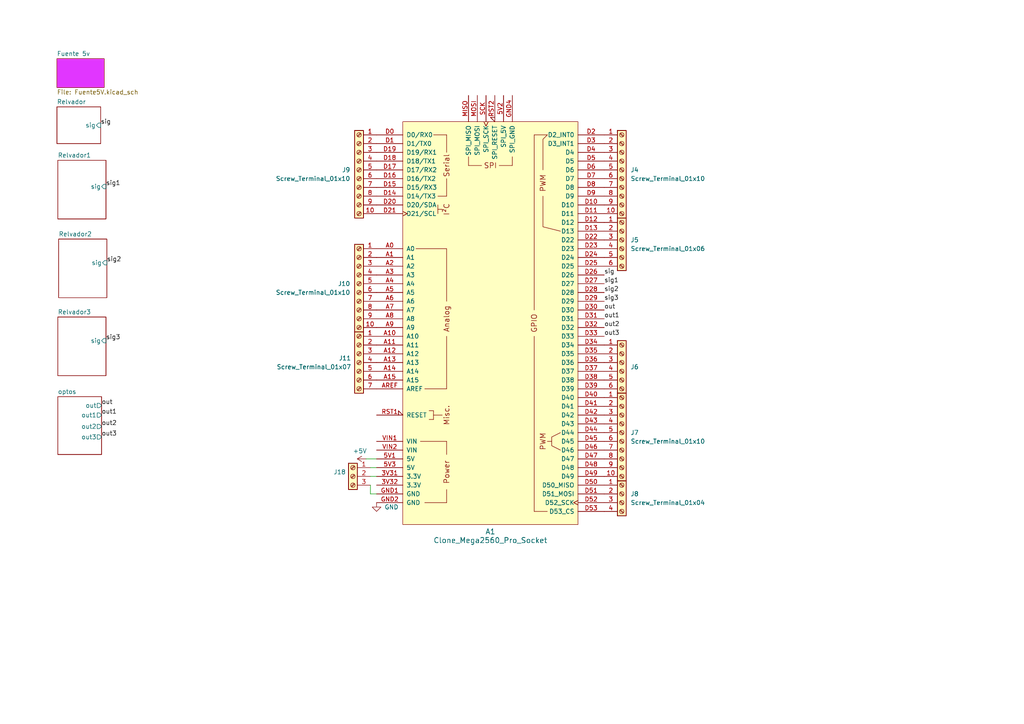
<source format=kicad_sch>
(kicad_sch (version 20230121) (generator eeschema)
  (paper "A4")
  (lib_symbols
    (symbol "Connector:Screw_Terminal_01x03" (pin_names (offset 1.016) hide)
      (property "Reference" "J" (at 0 5.08 0))
      (property "Value" "Screw_Terminal_01x03" (at 0 -5.08 0))
      (symbol "Screw_Terminal_01x03_1_1"
        (rectangle (start -1.27 3.81) (end 1.27 -3.81) (stroke (width 0.254)) (fill (type background)))
        (circle (center 0 -2.54) (radius 0.635) (stroke (width 0.1524)))
        (polyline (pts (xy -0.5334 -2.2098) (xy 0.3302 -3.048)) (stroke (width 0.1524)))
        (polyline (pts (xy -0.5334 0.3302) (xy 0.3302 -0.508)) (stroke (width 0.1524)))
        (polyline (pts (xy -0.5334 2.8702) (xy 0.3302 2.032)) (stroke (width 0.1524)))
        (polyline (pts (xy -0.3556 -2.032) (xy 0.508 -2.8702)) (stroke (width 0.1524)))
        (polyline (pts (xy -0.3556 0.508) (xy 0.508 -0.3302)) (stroke (width 0.1524)))
        (polyline (pts (xy -0.3556 3.048) (xy 0.508 2.2098)) (stroke (width 0.1524)))
        (circle (center 0 0) (radius 0.635) (stroke (width 0.1524)))
        (circle (center 0 2.54) (radius 0.635) (stroke (width 0.1524)))
        (pin passive line (at -5.08 2.54 0) (length 3.81) (name "Pin_1") (number "1"))
        (pin passive line (at -5.08 0 0) (length 3.81) (name "Pin_2") (number "2"))
        (pin passive line (at -5.08 -2.54 0) (length 3.81) (name "Pin_3") (number "3"))
      )
    )
    (symbol "Connector:Screw_Terminal_01x04" (pin_names (offset 1.016) hide)
      (property "Reference" "J" (at 0 5.08 0))
      (property "Value" "Screw_Terminal_01x04" (at 0 -7.62 0))
      (symbol "Screw_Terminal_01x04_1_1"
        (rectangle (start -1.27 3.81) (end 1.27 -6.35) (stroke (width 0.254)) (fill (type background)))
        (circle (center 0 -5.08) (radius 0.635) (stroke (width 0.1524)))
        (circle (center 0 -2.54) (radius 0.635) (stroke (width 0.1524)))
        (polyline (pts (xy -0.5334 -4.7498) (xy 0.3302 -5.588)) (stroke (width 0.1524)))
        (polyline (pts (xy -0.5334 -2.2098) (xy 0.3302 -3.048)) (stroke (width 0.1524)))
        (polyline (pts (xy -0.5334 0.3302) (xy 0.3302 -0.508)) (stroke (width 0.1524)))
        (polyline (pts (xy -0.5334 2.8702) (xy 0.3302 2.032)) (stroke (width 0.1524)))
        (polyline (pts (xy -0.3556 -4.572) (xy 0.508 -5.4102)) (stroke (width 0.1524)))
        (polyline (pts (xy -0.3556 -2.032) (xy 0.508 -2.8702)) (stroke (width 0.1524)))
        (polyline (pts (xy -0.3556 0.508) (xy 0.508 -0.3302)) (stroke (width 0.1524)))
        (polyline (pts (xy -0.3556 3.048) (xy 0.508 2.2098)) (stroke (width 0.1524)))
        (circle (center 0 0) (radius 0.635) (stroke (width 0.1524)))
        (circle (center 0 2.54) (radius 0.635) (stroke (width 0.1524)))
        (pin passive line (at -5.08 2.54 0) (length 3.81) (name "Pin_1") (number "1"))
        (pin passive line (at -5.08 0 0) (length 3.81) (name "Pin_2") (number "2"))
        (pin passive line (at -5.08 -2.54 0) (length 3.81) (name "Pin_3") (number "3"))
        (pin passive line (at -5.08 -5.08 0) (length 3.81) (name "Pin_4") (number "4"))
      )
    )
    (symbol "Connector:Screw_Terminal_01x06" (pin_names (offset 1.016) hide)
      (property "Reference" "J" (at 0 7.62 0))
      (property "Value" "Screw_Terminal_01x06" (at 0 -10.16 0))
      (symbol "Screw_Terminal_01x06_1_1"
        (rectangle (start -1.27 6.35) (end 1.27 -8.89) (stroke (width 0.254)) (fill (type background)))
        (circle (center 0 -7.62) (radius 0.635) (stroke (width 0.1524)))
        (circle (center 0 -5.08) (radius 0.635) (stroke (width 0.1524)))
        (circle (center 0 -2.54) (radius 0.635) (stroke (width 0.1524)))
        (polyline (pts (xy -0.5334 -7.2898) (xy 0.3302 -8.128)) (stroke (width 0.1524)))
        (polyline (pts (xy -0.5334 -4.7498) (xy 0.3302 -5.588)) (stroke (width 0.1524)))
        (polyline (pts (xy -0.5334 -2.2098) (xy 0.3302 -3.048)) (stroke (width 0.1524)))
        (polyline (pts (xy -0.5334 0.3302) (xy 0.3302 -0.508)) (stroke (width 0.1524)))
        (polyline (pts (xy -0.5334 2.8702) (xy 0.3302 2.032)) (stroke (width 0.1524)))
        (polyline (pts (xy -0.5334 5.4102) (xy 0.3302 4.572)) (stroke (width 0.1524)))
        (polyline (pts (xy -0.3556 -7.112) (xy 0.508 -7.9502)) (stroke (width 0.1524)))
        (polyline (pts (xy -0.3556 -4.572) (xy 0.508 -5.4102)) (stroke (width 0.1524)))
        (polyline (pts (xy -0.3556 -2.032) (xy 0.508 -2.8702)) (stroke (width 0.1524)))
        (polyline (pts (xy -0.3556 0.508) (xy 0.508 -0.3302)) (stroke (width 0.1524)))
        (polyline (pts (xy -0.3556 3.048) (xy 0.508 2.2098)) (stroke (width 0.1524)))
        (polyline (pts (xy -0.3556 5.588) (xy 0.508 4.7498)) (stroke (width 0.1524)))
        (circle (center 0 0) (radius 0.635) (stroke (width 0.1524)))
        (circle (center 0 2.54) (radius 0.635) (stroke (width 0.1524)))
        (circle (center 0 5.08) (radius 0.635) (stroke (width 0.1524)))
        (pin passive line (at -5.08 5.08 0) (length 3.81) (name "Pin_1") (number "1"))
        (pin passive line (at -5.08 2.54 0) (length 3.81) (name "Pin_2") (number "2"))
        (pin passive line (at -5.08 0 0) (length 3.81) (name "Pin_3") (number "3"))
        (pin passive line (at -5.08 -2.54 0) (length 3.81) (name "Pin_4") (number "4"))
        (pin passive line (at -5.08 -5.08 0) (length 3.81) (name "Pin_5") (number "5"))
        (pin passive line (at -5.08 -7.62 0) (length 3.81) (name "Pin_6") (number "6"))
      )
    )
    (symbol "Connector:Screw_Terminal_01x07" (pin_names (offset 1.016) hide)
      (property "Reference" "J" (at 0 10.16 0))
      (property "Value" "Screw_Terminal_01x07" (at 0 -10.16 0))
      (symbol "Screw_Terminal_01x07_1_1"
        (rectangle (start -1.27 8.89) (end 1.27 -8.89) (stroke (width 0.254)) (fill (type background)))
        (circle (center 0 -7.62) (radius 0.635) (stroke (width 0.1524)))
        (circle (center 0 -5.08) (radius 0.635) (stroke (width 0.1524)))
        (circle (center 0 -2.54) (radius 0.635) (stroke (width 0.1524)))
        (polyline (pts (xy -0.5334 -7.2898) (xy 0.3302 -8.128)) (stroke (width 0.1524)))
        (polyline (pts (xy -0.5334 -4.7498) (xy 0.3302 -5.588)) (stroke (width 0.1524)))
        (polyline (pts (xy -0.5334 -2.2098) (xy 0.3302 -3.048)) (stroke (width 0.1524)))
        (polyline (pts (xy -0.5334 0.3302) (xy 0.3302 -0.508)) (stroke (width 0.1524)))
        (polyline (pts (xy -0.5334 2.8702) (xy 0.3302 2.032)) (stroke (width 0.1524)))
        (polyline (pts (xy -0.5334 5.4102) (xy 0.3302 4.572)) (stroke (width 0.1524)))
        (polyline (pts (xy -0.5334 7.9502) (xy 0.3302 7.112)) (stroke (width 0.1524)))
        (polyline (pts (xy -0.3556 -7.112) (xy 0.508 -7.9502)) (stroke (width 0.1524)))
        (polyline (pts (xy -0.3556 -4.572) (xy 0.508 -5.4102)) (stroke (width 0.1524)))
        (polyline (pts (xy -0.3556 -2.032) (xy 0.508 -2.8702)) (stroke (width 0.1524)))
        (polyline (pts (xy -0.3556 0.508) (xy 0.508 -0.3302)) (stroke (width 0.1524)))
        (polyline (pts (xy -0.3556 3.048) (xy 0.508 2.2098)) (stroke (width 0.1524)))
        (polyline (pts (xy -0.3556 5.588) (xy 0.508 4.7498)) (stroke (width 0.1524)))
        (polyline (pts (xy -0.3556 8.128) (xy 0.508 7.2898)) (stroke (width 0.1524)))
        (circle (center 0 0) (radius 0.635) (stroke (width 0.1524)))
        (circle (center 0 2.54) (radius 0.635) (stroke (width 0.1524)))
        (circle (center 0 5.08) (radius 0.635) (stroke (width 0.1524)))
        (circle (center 0 7.62) (radius 0.635) (stroke (width 0.1524)))
        (pin passive line (at -5.08 7.62 0) (length 3.81) (name "Pin_1") (number "1"))
        (pin passive line (at -5.08 5.08 0) (length 3.81) (name "Pin_2") (number "2"))
        (pin passive line (at -5.08 2.54 0) (length 3.81) (name "Pin_3") (number "3"))
        (pin passive line (at -5.08 0 0) (length 3.81) (name "Pin_4") (number "4"))
        (pin passive line (at -5.08 -2.54 0) (length 3.81) (name "Pin_5") (number "5"))
        (pin passive line (at -5.08 -5.08 0) (length 3.81) (name "Pin_6") (number "6"))
        (pin passive line (at -5.08 -7.62 0) (length 3.81) (name "Pin_7") (number "7"))
      )
    )
    (symbol "Connector:Screw_Terminal_01x10" (pin_names (offset 1.016) hide)
      (property "Reference" "J" (at 0 12.7 0))
      (property "Value" "Screw_Terminal_01x10" (at 0 -15.24 0))
      (symbol "Screw_Terminal_01x10_1_1"
        (rectangle (start -1.27 11.43) (end 1.27 -13.97) (stroke (width 0.254)) (fill (type background)))
        (circle (center 0 -12.7) (radius 0.635) (stroke (width 0.1524)))
        (circle (center 0 -10.16) (radius 0.635) (stroke (width 0.1524)))
        (circle (center 0 -7.62) (radius 0.635) (stroke (width 0.1524)))
        (circle (center 0 -5.08) (radius 0.635) (stroke (width 0.1524)))
        (circle (center 0 -2.54) (radius 0.635) (stroke (width 0.1524)))
        (polyline (pts (xy -0.5334 -12.3698) (xy 0.3302 -13.208)) (stroke (width 0.1524)))
        (polyline (pts (xy -0.5334 -9.8298) (xy 0.3302 -10.668)) (stroke (width 0.1524)))
        (polyline (pts (xy -0.5334 -7.2898) (xy 0.3302 -8.128)) (stroke (width 0.1524)))
        (polyline (pts (xy -0.5334 -4.7498) (xy 0.3302 -5.588)) (stroke (width 0.1524)))
        (polyline (pts (xy -0.5334 -2.2098) (xy 0.3302 -3.048)) (stroke (width 0.1524)))
        (polyline (pts (xy -0.5334 0.3302) (xy 0.3302 -0.508)) (stroke (width 0.1524)))
        (polyline (pts (xy -0.5334 2.8702) (xy 0.3302 2.032)) (stroke (width 0.1524)))
        (polyline (pts (xy -0.5334 5.4102) (xy 0.3302 4.572)) (stroke (width 0.1524)))
        (polyline (pts (xy -0.5334 7.9502) (xy 0.3302 7.112)) (stroke (width 0.1524)))
        (polyline (pts (xy -0.5334 10.4902) (xy 0.3302 9.652)) (stroke (width 0.1524)))
        (polyline (pts (xy -0.3556 -12.192) (xy 0.508 -13.0302)) (stroke (width 0.1524)))
        (polyline (pts (xy -0.3556 -9.652) (xy 0.508 -10.4902)) (stroke (width 0.1524)))
        (polyline (pts (xy -0.3556 -7.112) (xy 0.508 -7.9502)) (stroke (width 0.1524)))
        (polyline (pts (xy -0.3556 -4.572) (xy 0.508 -5.4102)) (stroke (width 0.1524)))
        (polyline (pts (xy -0.3556 -2.032) (xy 0.508 -2.8702)) (stroke (width 0.1524)))
        (polyline (pts (xy -0.3556 0.508) (xy 0.508 -0.3302)) (stroke (width 0.1524)))
        (polyline (pts (xy -0.3556 3.048) (xy 0.508 2.2098)) (stroke (width 0.1524)))
        (polyline (pts (xy -0.3556 5.588) (xy 0.508 4.7498)) (stroke (width 0.1524)))
        (polyline (pts (xy -0.3556 8.128) (xy 0.508 7.2898)) (stroke (width 0.1524)))
        (polyline (pts (xy -0.3556 10.668) (xy 0.508 9.8298)) (stroke (width 0.1524)))
        (circle (center 0 0) (radius 0.635) (stroke (width 0.1524)))
        (circle (center 0 2.54) (radius 0.635) (stroke (width 0.1524)))
        (circle (center 0 5.08) (radius 0.635) (stroke (width 0.1524)))
        (circle (center 0 7.62) (radius 0.635) (stroke (width 0.1524)))
        (circle (center 0 10.16) (radius 0.635) (stroke (width 0.1524)))
        (pin passive line (at -5.08 10.16 0) (length 3.81) (name "Pin_1") (number "1"))
        (pin passive line (at -5.08 -12.7 0) (length 3.81) (name "Pin_10") (number "10"))
        (pin passive line (at -5.08 7.62 0) (length 3.81) (name "Pin_2") (number "2"))
        (pin passive line (at -5.08 5.08 0) (length 3.81) (name "Pin_3") (number "3"))
        (pin passive line (at -5.08 2.54 0) (length 3.81) (name "Pin_4") (number "4"))
        (pin passive line (at -5.08 0 0) (length 3.81) (name "Pin_5") (number "5"))
        (pin passive line (at -5.08 -2.54 0) (length 3.81) (name "Pin_6") (number "6"))
        (pin passive line (at -5.08 -5.08 0) (length 3.81) (name "Pin_7") (number "7"))
        (pin passive line (at -5.08 -7.62 0) (length 3.81) (name "Pin_8") (number "8"))
        (pin passive line (at -5.08 -10.16 0) (length 3.81) (name "Pin_9") (number "9"))
      )
    )
    (symbol "arduino-library:Clone_Mega2560_Pro_Socket" (pin_names (offset 1.016))
      (property "Reference" "A" (at 0 -62.23 0))
      (property "Value" "Clone_Mega2560_Pro_Socket" (at 0 -66.04 0))
      (symbol "Clone_Mega2560_Pro_Socket_0_0"
        (rectangle (start -25.4 -58.42) (end 25.4 58.42) (fill (type background)))
        (rectangle (start -20.32 -34.29) (end -12.7 -34.29))
        (rectangle (start -19.05 -52.07) (end -12.7 -52.07))
        (rectangle (start -19.05 -19.05) (end -12.7 -19.05))
        (rectangle (start -17.78 -27.94) (end -16.51 -27.94))
        (rectangle (start -17.78 -25.4) (end -16.51 -25.4))
        (rectangle (start -16.51 -26.67) (end -13.97 -26.67))
        (rectangle (start -16.51 -25.4) (end -16.51 -27.94))
        (rectangle (start -16.51 54.61) (end -12.7 54.61))
        (rectangle (start -15.24 33.02) (end -13.97 33.02))
        (rectangle (start -15.24 34.29) (end -15.24 31.75))
        (rectangle (start -15.24 36.83) (end -12.7 36.83))
        (rectangle (start -12.7 -48.26) (end -12.7 -52.07))
        (rectangle (start -12.7 -34.29) (end -12.7 -38.1))
        (rectangle (start -12.7 41.91) (end -12.7 36.83))
        (rectangle (start -12.7 49.53) (end -12.7 54.61))
        (rectangle (start -6.35 48.26) (end -6.35 45.72))
        (rectangle (start -2.54 45.72) (end -6.35 45.72))
        (polyline (pts (xy -21.59 21.59) (xy -12.7 21.59)))
        (polyline (pts (xy -12.7 -19.05) (xy -12.7 -3.81)))
        (polyline (pts (xy -12.7 6.35) (xy -12.7 21.59)))
        (polyline (pts (xy 12.7 -54.61) (xy 16.51 -54.61)))
        (polyline (pts (xy 12.7 54.61) (xy 16.51 54.61)))
        (polyline (pts (xy 17.78 -34.29) (xy 16.51 -34.29)))
        (polyline (pts (xy 15.24 36.83) (xy 15.24 27.94) (xy 20.32 26.67)))
        (polyline (pts (xy 15.24 44.45) (xy 15.24 53.34) (xy 16.51 54.61)))
        (polyline (pts (xy 20.32 -31.75) (xy 17.78 -33.02) (xy 17.78 -35.56) (xy 20.32 -36.83)))
        (rectangle (start 6.35 45.72) (end 2.54 45.72))
        (rectangle (start 6.35 48.26) (end 6.35 45.72))
        (text "Analog" (at -12.7 1.27 900) (effects (font (size 1.524 1.524))))
        (text "I²C" (at -12.7 33.02 900) (effects (font (size 1.524 1.524))))
        (text "Misc." (at -12.7 -26.67 900) (effects (font (size 1.524 1.524))))
        (text "Power" (at -12.7 -43.18 900) (effects (font (size 1.524 1.524))))
        (text "PWM" (at 15.24 -34.29 900) (effects (font (size 1.524 1.524))))
        (text "PWM" (at 15.24 40.64 900) (effects (font (size 1.524 1.524))))
        (text "Serial" (at -12.7 45.72 900) (effects (font (size 1.524 1.524))))
        (text "SPI" (at 0 45.72 0) (effects (font (size 1.524 1.524))))
      )
      (symbol "Clone_Mega2560_Pro_Socket_1_0"
        (rectangle (start 12.7 -54.61) (end 12.7 -3.81))
        (rectangle (start 12.7 54.61) (end 12.7 3.81))
        (text "GPIO" (at 12.7 0 900) (effects (font (size 1.524 1.524))))
      )
      (symbol "Clone_Mega2560_Pro_Socket_1_1"
        (pin power_out line (at -33.02 -44.45 0) (length 7.62) (name "3.3V") (number "3V31"))
        (pin power_out line (at -33.02 -46.99 0) (length 7.62) (name "3.3V") (number "3V32"))
        (pin power_in line (at -33.02 -39.37 0) (length 7.62) (name "5V") (number "5V1"))
        (pin power_in line (at 3.81 66.04 270) (length 7.62) (name "SPI_5V") (number "5V2"))
        (pin power_in line (at -33.02 -41.91 0) (length 7.62) (name "5V") (number "5V3"))
        (pin bidirectional line (at -33.02 21.59 0) (length 7.62) (name "A0") (number "A0"))
        (pin bidirectional line (at -33.02 19.05 0) (length 7.62) (name "A1") (number "A1"))
        (pin bidirectional line (at -33.02 -3.81 0) (length 7.62) (name "A10") (number "A10"))
        (pin bidirectional line (at -33.02 -6.35 0) (length 7.62) (name "A11") (number "A11"))
        (pin bidirectional line (at -33.02 -8.89 0) (length 7.62) (name "A12") (number "A12"))
        (pin bidirectional line (at -33.02 -11.43 0) (length 7.62) (name "A13") (number "A13"))
        (pin bidirectional line (at -33.02 -13.97 0) (length 7.62) (name "A14") (number "A14"))
        (pin bidirectional line (at -33.02 -16.51 0) (length 7.62) (name "A15") (number "A15"))
        (pin bidirectional line (at -33.02 16.51 0) (length 7.62) (name "A2") (number "A2"))
        (pin bidirectional line (at -33.02 13.97 0) (length 7.62) (name "A3") (number "A3"))
        (pin bidirectional line (at -33.02 11.43 0) (length 7.62) (name "A4") (number "A4"))
        (pin bidirectional line (at -33.02 8.89 0) (length 7.62) (name "A5") (number "A5"))
        (pin bidirectional line (at -33.02 6.35 0) (length 7.62) (name "A6") (number "A6"))
        (pin bidirectional line (at -33.02 3.81 0) (length 7.62) (name "A7") (number "A7"))
        (pin bidirectional line (at -33.02 1.27 0) (length 7.62) (name "A8") (number "A8"))
        (pin bidirectional line (at -33.02 -1.27 0) (length 7.62) (name "A9") (number "A9"))
        (pin input line (at -33.02 -19.05 0) (length 7.62) (name "AREF") (number "AREF"))
        (pin bidirectional line (at -33.02 54.61 0) (length 7.62) (name "D0/RX0") (number "D0"))
        (pin bidirectional line (at -33.02 52.07 0) (length 7.62) (name "D1/TX0") (number "D1"))
        (pin bidirectional line (at 33.02 34.29 180) (length 7.62) (name "D10") (number "D10"))
        (pin bidirectional line (at 33.02 31.75 180) (length 7.62) (name "D11") (number "D11"))
        (pin bidirectional line (at 33.02 29.21 180) (length 7.62) (name "D12") (number "D12"))
        (pin bidirectional line (at 33.02 26.67 180) (length 7.62) (name "D13") (number "D13"))
        (pin bidirectional line (at -33.02 36.83 0) (length 7.62) (name "D14/TX3") (number "D14"))
        (pin bidirectional line (at -33.02 39.37 0) (length 7.62) (name "D15/RX3") (number "D15"))
        (pin bidirectional line (at -33.02 41.91 0) (length 7.62) (name "D16/TX2") (number "D16"))
        (pin bidirectional line (at -33.02 44.45 0) (length 7.62) (name "D17/RX2") (number "D17"))
        (pin bidirectional line (at -33.02 46.99 0) (length 7.62) (name "D18/TX1") (number "D18"))
        (pin bidirectional line (at -33.02 49.53 0) (length 7.62) (name "D19/RX1") (number "D19"))
        (pin bidirectional line (at 33.02 54.61 180) (length 7.62) (name "D2_INT0") (number "D2"))
        (pin bidirectional line (at -33.02 34.29 0) (length 7.62) (name "D20/SDA") (number "D20"))
        (pin bidirectional clock (at -33.02 31.75 0) (length 7.62) (name "D21/SCL") (number "D21"))
        (pin bidirectional line (at 33.02 24.13 180) (length 7.62) (name "D22") (number "D22"))
        (pin bidirectional line (at 33.02 21.59 180) (length 7.62) (name "D23") (number "D23"))
        (pin bidirectional line (at 33.02 19.05 180) (length 7.62) (name "D24") (number "D24"))
        (pin bidirectional line (at 33.02 16.51 180) (length 7.62) (name "D25") (number "D25"))
        (pin bidirectional line (at 33.02 13.97 180) (length 7.62) (name "D26") (number "D26"))
        (pin bidirectional line (at 33.02 11.43 180) (length 7.62) (name "D27") (number "D27"))
        (pin bidirectional line (at 33.02 8.89 180) (length 7.62) (name "D28") (number "D28"))
        (pin bidirectional line (at 33.02 6.35 180) (length 7.62) (name "D29") (number "D29"))
        (pin bidirectional line (at 33.02 52.07 180) (length 7.62) (name "D3_INT1") (number "D3"))
        (pin bidirectional line (at 33.02 3.81 180) (length 7.62) (name "D30") (number "D30"))
        (pin bidirectional line (at 33.02 1.27 180) (length 7.62) (name "D31") (number "D31"))
        (pin bidirectional line (at 33.02 -1.27 180) (length 7.62) (name "D32") (number "D32"))
        (pin bidirectional line (at 33.02 -3.81 180) (length 7.62) (name "D33") (number "D33"))
        (pin bidirectional line (at 33.02 -6.35 180) (length 7.62) (name "D34") (number "D34"))
        (pin bidirectional line (at 33.02 -8.89 180) (length 7.62) (name "D35") (number "D35"))
        (pin bidirectional line (at 33.02 -11.43 180) (length 7.62) (name "D36") (number "D36"))
        (pin bidirectional line (at 33.02 -13.97 180) (length 7.62) (name "D37") (number "D37"))
        (pin bidirectional line (at 33.02 -16.51 180) (length 7.62) (name "D38") (number "D38"))
        (pin bidirectional line (at 33.02 -19.05 180) (length 7.62) (name "D39") (number "D39"))
        (pin bidirectional line (at 33.02 49.53 180) (length 7.62) (name "D4") (number "D4"))
        (pin bidirectional line (at 33.02 -21.59 180) (length 7.62) (name "D40") (number "D40"))
        (pin bidirectional line (at 33.02 -24.13 180) (length 7.62) (name "D41") (number "D41"))
        (pin bidirectional line (at 33.02 -26.67 180) (length 7.62) (name "D42") (number "D42"))
        (pin bidirectional line (at 33.02 -29.21 180) (length 7.62) (name "D43") (number "D43"))
        (pin bidirectional line (at 33.02 -31.75 180) (length 7.62) (name "D44") (number "D44"))
        (pin bidirectional line (at 33.02 -34.29 180) (length 7.62) (name "D45") (number "D45"))
        (pin bidirectional line (at 33.02 -36.83 180) (length 7.62) (name "D46") (number "D46"))
        (pin bidirectional line (at 33.02 -39.37 180) (length 7.62) (name "D47") (number "D47"))
        (pin bidirectional line (at 33.02 -41.91 180) (length 7.62) (name "D48") (number "D48"))
        (pin bidirectional line (at 33.02 -44.45 180) (length 7.62) (name "D49") (number "D49"))
        (pin bidirectional line (at 33.02 46.99 180) (length 7.62) (name "D5") (number "D5"))
        (pin bidirectional line (at 33.02 -46.99 180) (length 7.62) (name "D50_MISO") (number "D50"))
        (pin bidirectional line (at 33.02 -49.53 180) (length 7.62) (name "D51_MOSI") (number "D51"))
        (pin bidirectional clock (at 33.02 -52.07 180) (length 7.62) (name "D52_SCK") (number "D52"))
        (pin bidirectional line (at 33.02 -54.61 180) (length 7.62) (name "D53_CS") (number "D53"))
        (pin bidirectional line (at 33.02 44.45 180) (length 7.62) (name "D6") (number "D6"))
        (pin bidirectional line (at 33.02 41.91 180) (length 7.62) (name "D7") (number "D7"))
        (pin bidirectional line (at 33.02 39.37 180) (length 7.62) (name "D8") (number "D8"))
        (pin bidirectional line (at 33.02 36.83 180) (length 7.62) (name "D9") (number "D9"))
        (pin power_in line (at -33.02 -49.53 0) (length 7.62) (name "GND") (number "GND1"))
        (pin power_in line (at -33.02 -52.07 0) (length 7.62) (name "GND") (number "GND2"))
        (pin power_in line (at 6.35 66.04 270) (length 7.62) (name "SPI_GND") (number "GND4"))
        (pin input line (at -6.35 66.04 270) (length 7.62) (name "SPI_MISO") (number "MISO"))
        (pin output line (at -3.81 66.04 270) (length 7.62) (name "SPI_MOSI") (number "MOSI"))
        (pin open_collector input_low (at -33.02 -26.67 0) (length 7.62) (name "RESET") (number "RST1"))
        (pin open_collector input_low (at 1.27 66.04 270) (length 7.62) (name "SPI_RESET") (number "RST2"))
        (pin output clock (at -1.27 66.04 270) (length 7.62) (name "SPI_SCK") (number "SCK"))
        (pin power_in line (at -33.02 -34.29 0) (length 7.62) (name "VIN") (number "VIN1"))
        (pin power_in line (at -33.02 -36.83 0) (length 7.62) (name "VIN") (number "VIN2"))
      )
    )
    (symbol "power:+5V" (power) (pin_names (offset 0))
      (property "Value" "+5V" (at 0 3.556 0))
      (symbol "+5V_0_1"
        (polyline (pts (xy -0.762 1.27) (xy 0 2.54)))
        (polyline (pts (xy 0 0) (xy 0 2.54)))
        (polyline (pts (xy 0 2.54) (xy 0.762 1.27)))
      )
      (symbol "+5V_1_1"
        (pin power_in line (at 0 0 90) (length 0) hide (name "+5V") (number "1"))
      )
    )
    (symbol "power:GND" (power) (pin_names (offset 0))
      (property "Value" "GND" (at 0 -3.81 0))
      (symbol "GND_0_1"
        (polyline (pts (xy 0 0) (xy 0 -1.27) (xy 1.27 -1.27) (xy 0 -2.54) (xy -1.27 -1.27) (xy 0 -1.27)))
      )
      (symbol "GND_1_1"
        (pin power_in line (at 0 0 270) (length 0) hide (name "GND") (number "1"))
      )
    )
  )
  (wire (pts (xy 107.442 140.716) (xy 107.442 143.256)))
  (wire (pts (xy 107.442 143.256) (xy 109.22 143.256)))
  (wire (pts (xy 106.172 133.096) (xy 109.22 133.096)))
  (wire (pts (xy 109.22 135.636) (xy 107.442 135.636)))
  (wire (pts (xy 107.442 138.176) (xy 109.22 138.176)))
  (label "out3" (at 29.464 126.746 0))
  (label "sig1" (at 30.734 54.102 0))
  (label "out2" (at 29.464 123.698 0))
  (label "out" (at 29.464 117.602 0))
  (label "out1" (at 29.464 120.396 0))
  (label "out3" (at 175.26 97.536 0))
  (label "sig3" (at 175.26 87.376 0))
  (label "out2" (at 175.26 94.996 0))
  (label "out1" (at 175.26 92.456 0))
  (label "sig2" (at 30.988 76.2 0))
  (label "sig1" (at 175.26 82.296 0))
  (label "sig" (at 175.26 79.756 0))
  (label "sig" (at 29.21 36.322 0))
  (label "out" (at 175.26 89.916 0))
  (label "sig3" (at 30.734 98.806 0))
  (label "sig2" (at 175.26 84.836 0))
  (symbol (lib_id "Connector:Screw_Terminal_01x10") (at 104.14 49.276 0) (mirror y) (unit 1)
    (property "Reference" "J9" (at 101.6 49.276 0) (effects (justify left)))
    (property "Value" "Screw_Terminal_01x10" (at 101.6 51.816 0) (effects (justify left)))
    (property "Footprint" "TerminalBlock_Phoenix:TerminalBlock_Phoenix_MPT-0,5-10-2.54_1x10_P2.54mm_Horizontal" (effects hide))
  )
  (symbol (lib_id "Connector:Screw_Terminal_01x04") (at 180.34 143.256 0) (unit 1)
    (property "Reference" "J8" (at 182.88 143.256 0) (effects (justify left)))
    (property "Value" "Screw_Terminal_01x04" (at 182.88 145.796 0) (effects (justify left)))
    (property "Footprint" "TerminalBlock_Phoenix:TerminalBlock_Phoenix_MPT-0,5-4-2.54_1x04_P2.54mm_Horizontal" (effects hide))
  )
  (symbol (lib_id "Connector:Screw_Terminal_01x07") (at 104.14 105.156 0) (mirror y) (unit 1)
    (property "Reference" "J11" (at 101.854 103.886 0) (effects (justify left)))
    (property "Value" "Screw_Terminal_01x07" (at 101.854 106.426 0) (effects (justify left)))
    (property "Footprint" "TerminalBlock_Phoenix:TerminalBlock_Phoenix_MPT-0,5-7-2.54_1x07_P2.54mm_Horizontal" (effects hide))
  )
  (symbol (lib_id "Connector:Screw_Terminal_01x10") (at 180.34 125.476 0) (unit 1)
    (property "Reference" "J7" (at 182.88 125.476 0) (effects (justify left)))
    (property "Value" "Screw_Terminal_01x10" (at 182.88 128.016 0) (effects (justify left)))
    (property "Footprint" "TerminalBlock_Phoenix:TerminalBlock_Phoenix_MPT-0,5-10-2.54_1x10_P2.54mm_Horizontal" (effects hide))
  )
  (symbol (lib_id "Connector:Screw_Terminal_01x10") (at 180.34 49.276 0) (unit 1)
    (property "Reference" "J4" (at 182.88 49.276 0) (effects (justify left)))
    (property "Value" "Screw_Terminal_01x10" (at 182.88 51.816 0) (effects (justify left)))
    (property "Footprint" "TerminalBlock_Phoenix:TerminalBlock_Phoenix_MPT-0,5-10-2.54_1x10_P2.54mm_Horizontal" (effects hide))
  )
  (symbol (lib_id "Connector:Screw_Terminal_01x06") (at 180.34 105.156 0) (unit 1)
    (property "Reference" "J6" (at 182.88 106.426 0) (effects (justify left)))
    (property "Value" "Screw_Terminal_01x06" (effects hide))
    (property "Footprint" "TerminalBlock_Phoenix:TerminalBlock_Phoenix_MPT-0,5-6-2.54_1x06_P2.54mm_Horizontal" (effects hide))
  )
  (symbol (lib_id "Connector:Screw_Terminal_01x10") (at 104.14 82.296 0) (mirror y) (unit 1)
    (property "Reference" "J10" (at 101.6 82.296 0) (effects (justify left)))
    (property "Value" "Screw_Terminal_01x10" (at 101.6 84.836 0) (effects (justify left)))
    (property "Footprint" "TerminalBlock_Phoenix:TerminalBlock_Phoenix_MPT-0,5-10-2.54_1x10_P2.54mm_Horizontal" (effects hide))
  )
  (symbol (lib_id "arduino-library:Clone_Mega2560_Pro_Socket") (at 142.24 93.726 0) (unit 1)
    (property "Reference" "A1" (at 142.24 154.178 0) (effects (font (size 1.524 1.524))))
    (property "Value" "Clone_Mega2560_Pro_Socket" (at 142.24 156.718 0) (effects (font (size 1.524 1.524))))
    (property "Footprint" "PCM_arduino-library:Clone_Mega2560_Pro_Socket" (effects hide))
    (property "Datasheet" "https://www.pcboard.ca/mega-2560-pro" (effects hide))
  )
  (symbol (lib_id "power:GND") (at 109.22 145.796 0) (unit 1)
    (property "Reference" "#PWR030" (effects hide))
    (property "Value" "GND" (at 111.506 147.066 0) (effects (justify left)))
  )
  (symbol (lib_id "Connector:Screw_Terminal_01x03") (at 102.362 138.176 0) (mirror y) (unit 1)
    (property "Reference" "J18" (at 100.33 136.906 0) (effects (justify left)))
    (property "Value" "1x3" (effects hide))
    (property "Footprint" "TerminalBlock_Phoenix:TerminalBlock_Phoenix_MPT-0,5-3-2.54_1x03_P2.54mm_Horizontal" (effects hide))
  )
  (symbol (lib_id "power:+5V") (at 106.172 133.096 90) (unit 1)
    (property "Reference" "#PWR029" (effects hide))
    (property "Value" "+5V" (at 106.426 130.81 90) (effects (justify left)))
  )
  (symbol (lib_id "Connector:Screw_Terminal_01x06") (at 180.34 69.596 0) (unit 1)
    (property "Reference" "J5" (at 182.88 69.596 0) (effects (justify left)))
    (property "Value" "Screw_Terminal_01x06" (at 182.88 72.136 0) (effects (justify left)))
    (property "Footprint" "TerminalBlock_Phoenix:TerminalBlock_Phoenix_MPT-0,5-6-2.54_1x06_P2.54mm_Horizontal" (effects hide))
  )
  (sheet (at 16.764 46.482) (size 13.97 17.018) (stroke (width 0.1524))
    (property "Sheetname" "Relvador1" (at 16.764 45.7704 0) (effects (justify left bottom)))
    (property "Sheetfile" "Relevador.kicad_sch" (effects hide))
    (pin "sig" input (at 30.734 54.102 0))
  )
  (sheet (at 16.51 30.988) (size 12.7 10.668) (stroke (width 0.1524))
    (property "Sheetname" "Relvador" (at 16.51 30.2764 0) (effects (justify left bottom)))
    (property "Sheetfile" "Relevador.kicad_sch" (effects hide))
    (pin "sig" input (at 29.21 36.322 0))
  )
  (sheet (at 16.51 17.018) (size 13.716 8.382) (stroke (width 0.1524)) (fill (color 225 54 255 1.0000))
    (property "Sheetname" "Fuente 5v" (at 16.51 16.3064 0) (effects (justify left bottom)))
    (property "Sheetfile" "Fuente5V.kicad_sch" (at 16.51 25.9846 0) (effects (justify left top)))
  )
  (sheet (at 16.764 91.948) (size 13.97 17.018) (stroke (width 0.1524))
    (property "Sheetname" "Relvador3" (at 16.764 91.2364 0) (effects (justify left bottom)))
    (property "Sheetfile" "Relevador.kicad_sch" (effects hide))
    (pin "sig" input (at 30.734 98.806 0))
  )
  (sheet (at 16.764 115.062) (size 12.7 16.764) (stroke (width 0.1524))
    (property "Sheetname" "optos" (at 16.764 114.3504 0) (effects (justify left bottom)))
    (property "Sheetfile" "optos.kicad_sch" (effects hide))
    (pin "out" output (at 29.464 117.602 0))
    (pin "out2" output (at 29.464 123.698 0))
    (pin "out3" output (at 29.464 126.746 0))
    (pin "out1" output (at 29.464 120.396 0))
  )
  (sheet (at 17.018 69.342) (size 13.97 17.018) (stroke (width 0.1524))
    (property "Sheetname" "Relvador2" (at 17.018 68.6304 0) (effects (justify left bottom)))
    (property "Sheetfile" "Relevador.kicad_sch" (effects hide))
    (pin "sig" input (at 30.988 76.2 0))
  )
)
</source>
